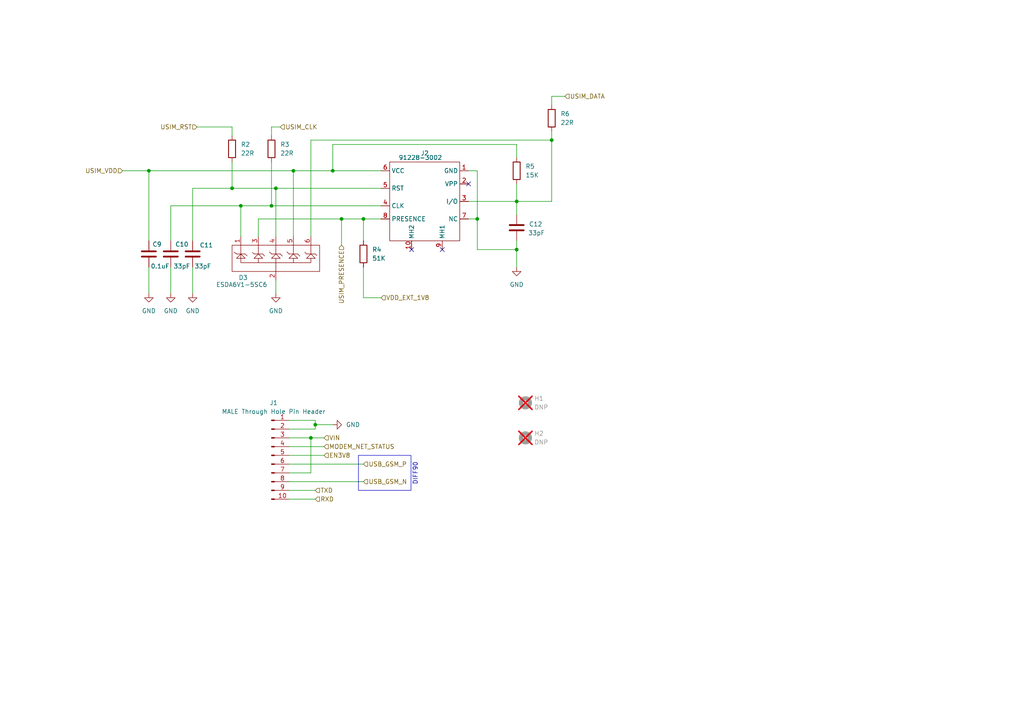
<source format=kicad_sch>
(kicad_sch (version 20231120) (generator "eeschema") (generator_version "7.99")
  (paper "A4")
  (lib_symbols
    (symbol "Connector:Conn_01x10_Pin" (pin_names (offset 1.016) hide)
      (property "Reference" "J" (at 0 12.7 0))
      (property "Value" "Conn_01x10_Pin" (at 0 -15.24 0))
      (symbol "Conn_01x10_Pin_1_1"
        (polyline (pts (xy 1.27 -12.7) (xy 0.8636 -12.7)) (stroke (width 0.1524)))
        (polyline (pts (xy 1.27 -10.16) (xy 0.8636 -10.16)) (stroke (width 0.1524)))
        (polyline (pts (xy 1.27 -7.62) (xy 0.8636 -7.62)) (stroke (width 0.1524)))
        (polyline (pts (xy 1.27 -5.08) (xy 0.8636 -5.08)) (stroke (width 0.1524)))
        (polyline (pts (xy 1.27 -2.54) (xy 0.8636 -2.54)) (stroke (width 0.1524)))
        (polyline (pts (xy 1.27 0) (xy 0.8636 0)) (stroke (width 0.1524)))
        (polyline (pts (xy 1.27 2.54) (xy 0.8636 2.54)) (stroke (width 0.1524)))
        (polyline (pts (xy 1.27 5.08) (xy 0.8636 5.08)) (stroke (width 0.1524)))
        (polyline (pts (xy 1.27 7.62) (xy 0.8636 7.62)) (stroke (width 0.1524)))
        (polyline (pts (xy 1.27 10.16) (xy 0.8636 10.16)) (stroke (width 0.1524)))
        (rectangle (start 0.8636 -12.573) (end 0 -12.827) (stroke (width 0.1524)) (fill (type outline)))
        (rectangle (start 0.8636 -10.033) (end 0 -10.287) (stroke (width 0.1524)) (fill (type outline)))
        (rectangle (start 0.8636 -7.493) (end 0 -7.747) (stroke (width 0.1524)) (fill (type outline)))
        (rectangle (start 0.8636 -4.953) (end 0 -5.207) (stroke (width 0.1524)) (fill (type outline)))
        (rectangle (start 0.8636 -2.413) (end 0 -2.667) (stroke (width 0.1524)) (fill (type outline)))
        (rectangle (start 0.8636 0.127) (end 0 -0.127) (stroke (width 0.1524)) (fill (type outline)))
        (rectangle (start 0.8636 2.667) (end 0 2.413) (stroke (width 0.1524)) (fill (type outline)))
        (rectangle (start 0.8636 5.207) (end 0 4.953) (stroke (width 0.1524)) (fill (type outline)))
        (rectangle (start 0.8636 7.747) (end 0 7.493) (stroke (width 0.1524)) (fill (type outline)))
        (rectangle (start 0.8636 10.287) (end 0 10.033) (stroke (width 0.1524)) (fill (type outline)))
        (pin passive line (at 5.08 10.16 180) (length 3.81) (name "Pin_1") (number "1"))
        (pin passive line (at 5.08 -12.7 180) (length 3.81) (name "Pin_10") (number "10"))
        (pin passive line (at 5.08 7.62 180) (length 3.81) (name "Pin_2") (number "2"))
        (pin passive line (at 5.08 5.08 180) (length 3.81) (name "Pin_3") (number "3"))
        (pin passive line (at 5.08 2.54 180) (length 3.81) (name "Pin_4") (number "4"))
        (pin passive line (at 5.08 0 180) (length 3.81) (name "Pin_5") (number "5"))
        (pin passive line (at 5.08 -2.54 180) (length 3.81) (name "Pin_6") (number "6"))
        (pin passive line (at 5.08 -5.08 180) (length 3.81) (name "Pin_7") (number "7"))
        (pin passive line (at 5.08 -7.62 180) (length 3.81) (name "Pin_8") (number "8"))
        (pin passive line (at 5.08 -10.16 180) (length 3.81) (name "Pin_9") (number "9"))
      )
    )
    (symbol "Device:C" (pin_numbers hide) (pin_names (offset 0.254))
      (property "Reference" "C" (at 0.635 2.54 0))
      (property "Value" "C" (at 0.635 -2.54 0))
      (symbol "C_0_1"
        (polyline (pts (xy -2.032 -0.762) (xy 2.032 -0.762)) (stroke (width 0.508)))
        (polyline (pts (xy -2.032 0.762) (xy 2.032 0.762)) (stroke (width 0.508)))
      )
      (symbol "C_1_1"
        (pin passive line (at 0 3.81 270) (length 2.794) (name "~") (number "1"))
        (pin passive line (at 0 -3.81 90) (length 2.794) (name "~") (number "2"))
      )
    )
    (symbol "Device:R" (pin_numbers hide) (pin_names (offset 0))
      (property "Reference" "R" (at 2.032 0 90))
      (property "Value" "R" (at 0 0 90))
      (symbol "R_0_1"
        (rectangle (start -1.016 -2.54) (end 1.016 2.54) (stroke (width 0.254)))
      )
      (symbol "R_1_1"
        (pin passive line (at 0 3.81 270) (length 1.27) (name "~") (number "1"))
        (pin passive line (at 0 -3.81 90) (length 1.27) (name "~") (number "2"))
      )
    )
    (symbol "Mechanical:MountingHole" (pin_names (offset 1.016))
      (property "Reference" "H" (at 0 5.08 0))
      (property "Value" "MountingHole" (at 0 3.175 0))
      (symbol "MountingHole_0_1"
        (circle (center 0 0) (radius 1.27) (stroke (width 1.27)))
      )
    )
    (symbol "Symbol:91228-3002"
      (property "Reference" "J" (at 0 0 0))
      (symbol "91228-3002_0_1"
        (rectangle (start -8.89 -1.27) (end 11.43 -24.13))
      )
      (symbol "91228-3002_1_1"
        (pin input line (at 13.97 -3.81 180) (length 2.54) (name "GND") (number "1"))
        (pin input line (at -2.54 -26.67 90) (length 2.54) (name "MH2") (number "10"))
        (pin input line (at 13.97 -7.62 180) (length 2.54) (name "VPP") (number "2"))
        (pin input line (at 13.97 -12.7 180) (length 2.54) (name "I/O") (number "3"))
        (pin input line (at -11.43 -13.97 0) (length 2.54) (name "CLK") (number "4"))
        (pin input line (at -11.43 -8.89 0) (length 2.54) (name "RST") (number "5"))
        (pin input line (at -11.43 -3.81 0) (length 2.54) (name "VCC") (number "6"))
        (pin input line (at 13.97 -17.78 180) (length 2.54) (name "NC") (number "7"))
        (pin input line (at -11.43 -17.78 0) (length 2.54) (name "PRESENCE") (number "8"))
        (pin input line (at 6.35 -26.67 90) (length 2.54) (name "MH1") (number "9"))
      )
    )
    (symbol "Symbol:ESDA6V1-5SC6"
      (property "Reference" "D" (at -13.462 0 0))
      (symbol "ESDA6V1-5SC6_0_1"
        (rectangle (start -12.7 -1.27) (end 12.7 -8.89))
        (polyline (pts (xy -11.43 -3.81) (xy -12.1452 -3.2601)))
        (polyline (pts (xy -10.16 -5.08) (xy -10.16 -1.27)))
        (polyline (pts (xy -5.08 -3.81) (xy -5.08 -1.27)))
        (polyline (pts (xy -1.27 -3.81) (xy -1.8681 -3.2081)))
        (polyline (pts (xy 0 -7.62) (xy 0 -8.89)))
        (polyline (pts (xy 0 -3.81) (xy 0 -1.27)))
        (polyline (pts (xy 1.27 -3.81) (xy 1.8936 -4.4369)))
        (polyline (pts (xy 3.81 -3.81) (xy 3.1963 -3.1969)))
        (polyline (pts (xy 5.08 -1.27) (xy 5.08 -3.81)))
        (polyline (pts (xy 6.35 -3.81) (xy 6.9747 -4.4341)))
        (polyline (pts (xy 8.89 -3.81) (xy 8.3884 -3.3047)))
        (polyline (pts (xy 10.16 -3.81) (xy 8.89 -3.81)))
        (polyline (pts (xy 10.16 -3.81) (xy 10.16 -1.27)))
        (polyline (pts (xy 10.16 -3.81) (xy 11.43 -3.81)))
        (polyline (pts (xy 11.43 -3.81) (xy 11.8956 -4.2806)))
        (polyline (pts (xy -5.08 -3.81) (xy -3.81 -3.81) (xy -3.2724 -4.4118)))
        (polyline (pts (xy 0 -6.35) (xy 5.08 -6.35) (xy 5.08 -5.08)))
        (polyline (pts (xy 0 -3.81) (xy -1.27 -3.81) (xy 1.27 -3.81)))
        (polyline (pts (xy 3.81 -5.08) (xy 5.08 -5.08) (xy 6.35 -5.08)))
        (polyline (pts (xy 5.08 -6.35) (xy 10.16 -6.35) (xy 10.16 -5.08)))
        (polyline (pts (xy 5.08 -3.81) (xy 3.81 -3.81) (xy 6.35 -3.81)))
        (polyline (pts (xy 10.16 -5.08) (xy 8.89 -5.08) (xy 11.43 -5.08)))
        (polyline (pts (xy 11.43 -5.08) (xy 10.16 -3.81) (xy 8.89 -5.08)))
        (polyline (pts (xy 5.08 -3.81) (xy 3.81 -5.08) (xy 5.08 -3.81) (xy 6.35 -5.08) (xy 5.08 -3.81)))
        (polyline (pts (xy 0 -6.35) (xy 0 -5.08) (xy -1.27 -5.08) (xy 1.27 -5.08) (xy 0 -3.81) (xy -1.27 -5.08) (xy 0 -3.81)))
        (polyline (pts (xy -5.08 -6.35) (xy -5.08 -5.08) (xy -6.35 -5.08) (xy -3.81 -5.08) (xy -5.08 -3.81) (xy -6.35 -5.08) (xy -5.08 -3.81) (xy -6.35 -3.81) (xy -6.7834 -3.3585)))
        (polyline (pts (xy 0 -7.62) (xy 0 -6.35) (xy -10.16 -6.35) (xy -10.16 -5.08) (xy -11.43 -5.08) (xy -8.89 -5.08) (xy -10.16 -3.81) (xy -11.43 -5.08) (xy -10.16 -3.81) (xy -11.43 -3.81) (xy -8.89 -3.81) (xy -8.3566 -4.3562) (xy -8.3481 -4.3747)))
      )
      (symbol "ESDA6V1-5SC6_1_1"
        (pin input line (at -10.16 1.27 270) (length 2.54) (name "") (number "1"))
        (pin input line (at 0 -11.43 90) (length 2.54) (name "") (number "2"))
        (pin input line (at -5.08 1.27 270) (length 2.54) (name "") (number "3"))
        (pin input line (at 0 1.27 270) (length 2.54) (name "") (number "4"))
        (pin input line (at 5.08 1.27 270) (length 2.54) (name "") (number "5"))
        (pin input line (at 10.16 1.27 270) (length 2.54) (name "") (number "6"))
      )
    )
    (symbol "power:GND" (power) (pin_names (offset 0))
      (property "Value" "GND" (at 0 -3.81 0))
      (symbol "GND_0_1"
        (polyline (pts (xy 0 0) (xy 0 -1.27) (xy 1.27 -1.27) (xy 0 -2.54) (xy -1.27 -1.27) (xy 0 -1.27)))
      )
      (symbol "GND_1_1"
        (pin power_in line (at 0 0 270) (length 0) hide (name "GND") (number "1"))
      )
    )
  )
  (junction (at 78.74 59.69))
  (junction (at 160.02 40.64))
  (junction (at 91.44 123.19))
  (junction (at 90.17 127))
  (junction (at 149.86 72.39))
  (junction (at 85.09 49.53))
  (junction (at 149.86 58.42))
  (junction (at 105.41 63.5))
  (junction (at 138.43 63.5))
  (junction (at 69.85 59.69))
  (junction (at 99.06 63.5))
  (junction (at 43.18 49.53))
  (junction (at 80.01 54.61))
  (junction (at 67.31 54.61))
  (junction (at 96.52 49.53))
  (no_connect (at 119.38 72.39))
  (no_connect (at 128.27 72.39))
  (no_connect (at 135.89 53.34))
  (wire (pts (xy 83.82 139.7) (xy 105.41 139.7)))
  (wire (pts (xy 83.82 129.54) (xy 93.98 129.54)))
  (wire (pts (xy 149.86 72.39) (xy 138.43 72.39)))
  (wire (pts (xy 57.15 36.83) (xy 67.31 36.83)))
  (wire (pts (xy 85.09 49.53) (xy 85.09 68.58)))
  (wire (pts (xy 135.89 58.42) (xy 149.86 58.42)))
  (wire (pts (xy 67.31 46.99) (xy 67.31 54.61)))
  (wire (pts (xy 80.01 54.61) (xy 110.49 54.61)))
  (wire (pts (xy 78.74 46.99) (xy 78.74 59.69)))
  (wire (pts (xy 149.86 58.42) (xy 149.86 53.34)))
  (wire (pts (xy 149.86 45.72) (xy 149.86 41.91)))
  (wire (pts (xy 96.52 49.53) (xy 110.49 49.53)))
  (wire (pts (xy 49.53 59.69) (xy 69.85 59.69)))
  (wire (pts (xy 138.43 63.5) (xy 135.89 63.5)))
  (wire (pts (xy 160.02 40.64) (xy 160.02 58.42)))
  (wire (pts (xy 80.01 81.28) (xy 80.01 85.09)))
  (wire (pts (xy 83.82 124.46) (xy 91.44 124.46)))
  (wire (pts (xy 135.89 49.53) (xy 138.43 49.53)))
  (wire (pts (xy 83.82 127) (xy 90.17 127)))
  (wire (pts (xy 83.82 132.08) (xy 93.98 132.08)))
  (wire (pts (xy 80.01 54.61) (xy 80.01 68.58)))
  (wire (pts (xy 43.18 49.53) (xy 85.09 49.53)))
  (wire (pts (xy 99.06 63.5) (xy 99.06 71.12)))
  (wire (pts (xy 69.85 59.69) (xy 78.74 59.69)))
  (wire (pts (xy 55.88 54.61) (xy 67.31 54.61)))
  (wire (pts (xy 81.28 36.83) (xy 78.74 36.83)))
  (wire (pts (xy 149.86 69.85) (xy 149.86 72.39)))
  (wire (pts (xy 90.17 127) (xy 93.98 127)))
  (wire (pts (xy 110.49 86.36) (xy 105.41 86.36)))
  (wire (pts (xy 99.06 63.5) (xy 105.41 63.5)))
  (wire (pts (xy 83.82 144.78) (xy 91.44 144.78)))
  (wire (pts (xy 67.31 36.83) (xy 67.31 39.37)))
  (wire (pts (xy 55.88 69.85) (xy 55.88 54.61)))
  (wire (pts (xy 91.44 121.92) (xy 91.44 123.19)))
  (wire (pts (xy 78.74 36.83) (xy 78.74 39.37)))
  (wire (pts (xy 83.82 142.24) (xy 91.44 142.24)))
  (wire (pts (xy 74.93 68.58) (xy 74.93 63.5)))
  (wire (pts (xy 105.41 77.47) (xy 105.41 86.36)))
  (wire (pts (xy 91.44 123.19) (xy 96.52 123.19)))
  (wire (pts (xy 83.82 134.62) (xy 105.41 134.62)))
  (wire (pts (xy 69.85 59.69) (xy 69.85 68.58)))
  (wire (pts (xy 78.74 59.69) (xy 110.49 59.69)))
  (wire (pts (xy 55.88 77.47) (xy 55.88 85.09)))
  (wire (pts (xy 90.17 68.58) (xy 90.17 40.64)))
  (wire (pts (xy 149.86 58.42) (xy 160.02 58.42)))
  (wire (pts (xy 90.17 137.16) (xy 90.17 127)))
  (wire (pts (xy 43.18 49.53) (xy 43.18 69.85)))
  (wire (pts (xy 49.53 77.47) (xy 49.53 85.09)))
  (wire (pts (xy 85.09 49.53) (xy 96.52 49.53)))
  (wire (pts (xy 163.83 27.94) (xy 160.02 27.94)))
  (wire (pts (xy 83.82 121.92) (xy 91.44 121.92)))
  (wire (pts (xy 96.52 41.91) (xy 96.52 49.53)))
  (wire (pts (xy 160.02 27.94) (xy 160.02 30.48)))
  (wire (pts (xy 138.43 72.39) (xy 138.43 63.5)))
  (wire (pts (xy 105.41 63.5) (xy 110.49 63.5)))
  (wire (pts (xy 83.82 137.16) (xy 90.17 137.16)))
  (wire (pts (xy 49.53 69.85) (xy 49.53 59.69)))
  (wire (pts (xy 105.41 69.85) (xy 105.41 63.5)))
  (wire (pts (xy 149.86 72.39) (xy 149.86 77.47)))
  (wire (pts (xy 160.02 38.1) (xy 160.02 40.64)))
  (wire (pts (xy 90.17 40.64) (xy 160.02 40.64)))
  (wire (pts (xy 67.31 54.61) (xy 80.01 54.61)))
  (wire (pts (xy 149.86 41.91) (xy 96.52 41.91)))
  (wire (pts (xy 74.93 63.5) (xy 99.06 63.5)))
  (wire (pts (xy 149.86 58.42) (xy 149.86 62.23)))
  (wire (pts (xy 91.44 124.46) (xy 91.44 123.19)))
  (wire (pts (xy 35.56 49.53) (xy 43.18 49.53)))
  (wire (pts (xy 138.43 49.53) (xy 138.43 63.5)))
  (wire (pts (xy 43.18 77.47) (xy 43.18 85.09)))
  (rectangle (start 103.9671 132.0697) (end 119.2071 142.2297))
  (text "DIFF90\n" (at 120.4771 137.4037 90) (effects (font (size 1.27 1.27))))
  (hierarchical_label "USB_GSM_N" (shape input) (at 105.41 139.7 0))
  (hierarchical_label "MODEM_NET_STATUS" (shape input) (at 93.98 129.54 0))
  (hierarchical_label "VDD_EXT_1V8" (shape input) (at 110.49 86.36 0))
  (hierarchical_label "USIM_PRESENCE" (shape input) (at 99.06 71.12 270))
  (hierarchical_label "VIN" (shape input) (at 93.98 127 0))
  (hierarchical_label "TXD" (shape input) (at 91.44 142.24 0))
  (hierarchical_label "USIM_VDD" (shape input) (at 35.56 49.53 180))
  (hierarchical_label "USB_GSM_P" (shape input) (at 105.41 134.62 0))
  (hierarchical_label "USIM_CLK" (shape input) (at 81.28 36.83 0))
  (hierarchical_label "RXD" (shape input) (at 91.44 144.78 0))
  (hierarchical_label "USIM_DATA" (shape input) (at 163.83 27.94 0))
  (hierarchical_label "EN3V8" (shape input) (at 93.98 132.08 0))
  (hierarchical_label "USIM_RST" (shape input) (at 57.15 36.83 180))
  (symbol (lib_id "power:GND") (at 80.01 85.09 0) (unit 1)
    (property "Reference" "#PWR01" (effects (hide yes)))
    (property "Value" "GND" (at 80.01 90.17 0))
    (property "Description" "Power symbol creates a global label with name \"GND\" , ground" (effects (hide yes)))
  )
  (symbol (lib_id "Device:R") (at 149.86 49.53 0) (unit 1)
    (property "Reference" "R5" (at 152.4 48.2599 0) (effects (justify left)))
    (property "Value" "15K" (at 152.4 50.7999 0) (effects (justify left)))
    (property "Footprint" "Resistor_SMD:R_0603_1608Metric" (effects (hide yes)))
    (property "Description" "Resistor" (effects (hide yes)))
  )
  (symbol (lib_id "Mechanical:MountingHole") (at 152.4 116.84 0) (unit 1) (dnp yes)
    (property "Reference" "H1" (at 154.94 115.5699 0) (effects (justify left)))
    (property "Value" "DNP" (at 154.94 118.1099 0) (effects (justify left)))
    (property "Footprint" "footprint:Screw_Terminal_1x1" (effects (hide yes)))
    (property "Description" "Mounting Hole without connection" (effects (hide yes)))
  )
  (symbol (lib_id "Connector:Conn_01x10_Pin") (at 78.74 132.08 0) (unit 1)
    (property "Reference" "J1" (at 79.375 116.84 0))
    (property "Value" "MALE Through Hole Pin Header" (at 79.375 119.38 0))
    (property "Footprint" "Connector_PinHeader_2.00mm:PinHeader_2x05_P2.00mm_Vertical" (effects (hide yes)))
    (property "Description" "Generic connector, single row, 01x10, script generated" (effects (hide yes)))
  )
  (symbol (lib_id "Device:R") (at 160.02 34.29 0) (unit 1)
    (property "Reference" "R6" (at 162.56 33.0199 0) (effects (justify left)))
    (property "Value" "22R" (at 162.56 35.5599 0) (effects (justify left)))
    (property "Footprint" "Resistor_SMD:R_0603_1608Metric" (effects (hide yes)))
    (property "Description" "Resistor" (effects (hide yes)))
  )
  (symbol (lib_id "power:GND") (at 55.88 85.09 0) (unit 1)
    (property "Reference" "#PWR02" (effects (hide yes)))
    (property "Value" "GND" (at 55.88 90.17 0))
    (property "Description" "Power symbol creates a global label with name \"GND\" , ground" (effects (hide yes)))
  )
  (symbol (lib_id "Device:C") (at 149.86 66.04 0) (unit 1)
    (property "Reference" "C12" (at 153.416 65.024 0) (effects (justify left)))
    (property "Value" "33pF" (at 153.162 67.564 0) (effects (justify left)))
    (property "Footprint" "Capacitor_SMD:C_0603_1608Metric" (effects (hide yes)))
    (property "Description" "Unpolarized capacitor" (effects (hide yes)))
  )
  (symbol (lib_id "Device:C") (at 49.53 73.66 0) (unit 1)
    (property "Reference" "C10" (at 50.8 70.866 0) (effects (justify left)))
    (property "Value" "33pF" (at 50.292 77.216 0) (effects (justify left)))
    (property "Footprint" "Capacitor_SMD:C_0603_1608Metric" (effects (hide yes)))
    (property "Description" "Unpolarized capacitor" (effects (hide yes)))
  )
  (symbol (lib_id "power:GND") (at 96.52 123.19 90) (unit 1)
    (property "Reference" "#PWR06" (effects (hide yes)))
    (property "Value" "GND" (at 100.33 123.1899 90) (effects (justify right)))
    (property "Description" "Power symbol creates a global label with name \"GND\" , ground" (effects (hide yes)))
  )
  (symbol (lib_id "Device:R") (at 78.74 43.18 0) (unit 1)
    (property "Reference" "R3" (at 81.28 41.9099 0) (effects (justify left)))
    (property "Value" "22R" (at 81.28 44.4499 0) (effects (justify left)))
    (property "Footprint" "Resistor_SMD:R_0603_1608Metric" (effects (hide yes)))
    (property "Description" "Resistor" (effects (hide yes)))
  )
  (symbol (lib_id "Device:C") (at 55.88 73.66 0) (unit 1)
    (property "Reference" "C11" (at 57.912 71.12 0) (effects (justify left)))
    (property "Value" "33pF" (at 56.388 77.216 0) (effects (justify left)))
    (property "Footprint" "Capacitor_SMD:C_0603_1608Metric" (effects (hide yes)))
    (property "Description" "Unpolarized capacitor" (effects (hide yes)))
  )
  (symbol (lib_id "Symbol:91228-3002") (at 121.92 45.72 0) (unit 1)
    (property "Reference" "J2" (at 123.19 44.45 0))
    (property "Value" "91228-3002" (at 121.92 45.72 0))
    (property "Footprint" "KiCad:912283002" (effects (hide yes)))
    (property "Description" "6 Position Card Connector SIM Card Surface Mount, Right Angle Gold" (effects (hide yes)))
    (property "MPN" "91228-3002" (effects (hide yes)))
  )
  (symbol (lib_id "Device:R") (at 67.31 43.18 0) (unit 1)
    (property "Reference" "R2" (at 69.85 41.9099 0) (effects (justify left)))
    (property "Value" "22R" (at 69.85 44.4499 0) (effects (justify left)))
    (property "Footprint" "Resistor_SMD:R_0603_1608Metric" (effects (hide yes)))
    (property "Description" "Resistor" (effects (hide yes)))
  )
  (symbol (lib_id "Mechanical:MountingHole") (at 152.4 127 0) (unit 1) (dnp yes)
    (property "Reference" "H2" (at 154.94 125.7299 0) (effects (justify left)))
    (property "Value" "DNP" (at 154.94 128.2699 0) (effects (justify left)))
    (property "Footprint" "footprint:Screw_Terminal_1x1" (effects (hide yes)))
    (property "Description" "Mounting Hole without connection" (effects (hide yes)))
  )
  (symbol (lib_id "Device:R") (at 105.41 73.66 0) (unit 1)
    (property "Reference" "R4" (at 107.95 72.3899 0) (effects (justify left)))
    (property "Value" "51K" (at 107.95 74.9299 0) (effects (justify left)))
    (property "Footprint" "Resistor_SMD:R_0603_1608Metric" (effects (hide yes)))
    (property "Description" "Resistor" (effects (hide yes)))
  )
  (symbol (lib_id "Symbol:ESDA6V1-5SC6") (at 80.01 69.85 0) (unit 1)
    (property "Reference" "D3" (at 71.882 80.518 0) (effects (justify right)))
    (property "Value" "ESDA6V1-5SC6" (at 70.104 82.55 0))
    (property "Footprint" "Library:ESDA6V1-5SC6" (effects (hide yes)))
    (property "Datasheet" "https://datasheet.lcsc.com/lcsc/2205090916_TECH-PUBLIC-ESDA6V1-5SC6_C2827672.pdf" (effects (hide yes)))
    (property "Description" "SOT-23-6 Electrostatic and Surge Protection (TVS/ESD) ROHS" (effects (hide yes)))
    (property "MPN" "ESDA6V1-5SC6" (effects (hide yes)))
  )
  (symbol (lib_id "power:GND") (at 149.86 77.47 0) (unit 1)
    (property "Reference" "#PWR05" (effects (hide yes)))
    (property "Value" "GND" (at 149.86 82.55 0))
    (property "Description" "Power symbol creates a global label with name \"GND\" , ground" (effects (hide yes)))
  )
  (symbol (lib_id "power:GND") (at 43.18 85.09 0) (unit 1)
    (property "Reference" "#PWR04" (effects (hide yes)))
    (property "Value" "GND" (at 43.18 90.17 0))
    (property "Description" "Power symbol creates a global label with name \"GND\" , ground" (effects (hide yes)))
  )
  (symbol (lib_id "power:GND") (at 49.53 85.09 0) (unit 1)
    (property "Reference" "#PWR03" (effects (hide yes)))
    (property "Value" "GND" (at 49.53 90.17 0))
    (property "Description" "Power symbol creates a global label with name \"GND\" , ground" (effects (hide yes)))
  )
  (symbol (lib_id "Device:C") (at 43.18 73.66 0) (unit 1)
    (property "Reference" "C9" (at 44.196 70.866 0) (effects (justify left)))
    (property "Value" "0.1uF" (at 43.688 77.216 0) (effects (justify left)))
    (property "Footprint" "Capacitor_SMD:C_0603_1608Metric" (effects (hide yes)))
    (property "Description" "Unpolarized capacitor" (effects (hide yes)))
  )
)
</source>
